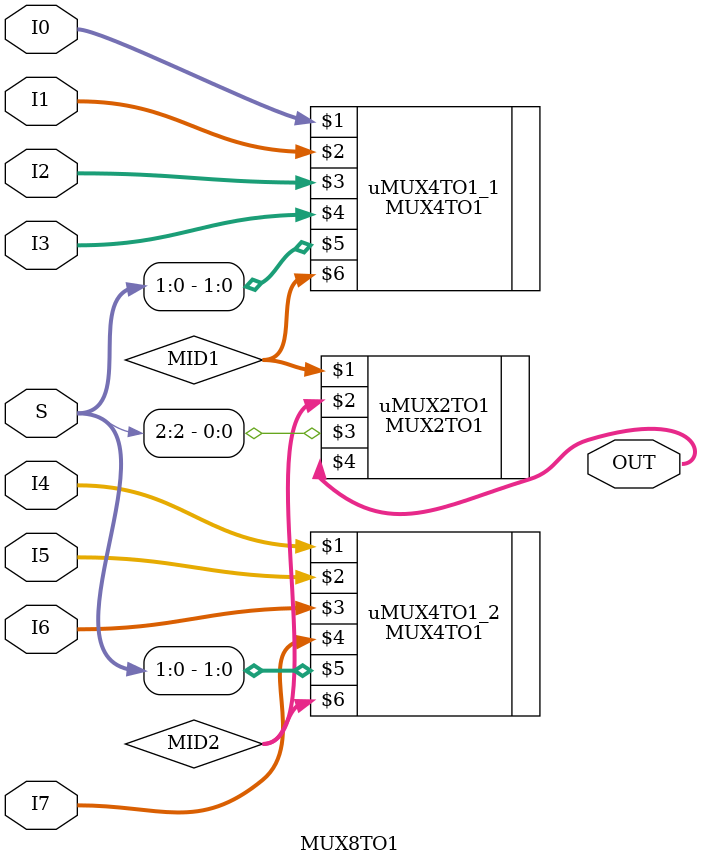
<source format=v>
module MUX8TO1(I0, I1, I2, I3, I4, I5, I6, I7, S, OUT);
	
	input [3:0] I0, I1, I2, I3, I4, I5, I6, I7;
	input [2:0] S;
	output [3:0] OUT;

	wire [3:0] MID1, MID2;

	MUX4TO1 uMUX4TO1_1(I0, I1, I2, I3, S[1:0], MID1);
	MUX4TO1 uMUX4TO1_2(I4, I5, I6, I7, S[1:0], MID2);

	MUX2TO1 uMUX2TO1(MID1, MID2, S[2], OUT);
endmodule

	

	

</source>
